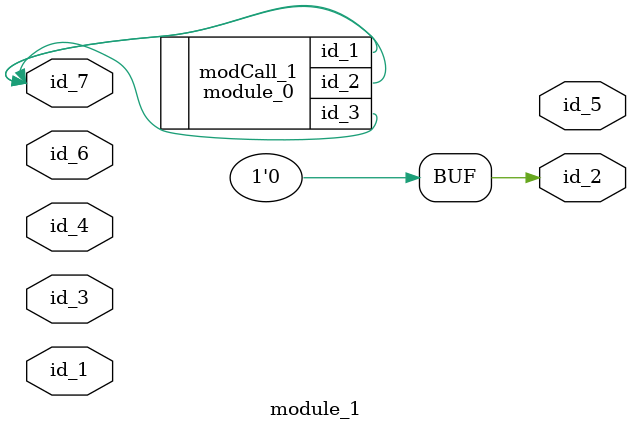
<source format=v>
module module_0 (
    id_1,
    id_2,
    id_3
);
  output wire id_3;
  inout wire id_2;
  inout wire id_1;
  wire id_4, id_5;
  wire id_6 = id_2;
endmodule
module module_1 (
    id_1,
    id_2,
    id_3,
    id_4,
    id_5,
    id_6,
    id_7
);
  inout wire id_7;
  inout wire id_6;
  output wire id_5;
  input wire id_4;
  inout wire id_3;
  output wire id_2;
  input wire id_1;
  always
    case (1)
      1: id_2 <= 1'b0;
      id_7: begin : LABEL_0
        #1
        if (id_6) id_7 = 1'h0;
        else id_6 <= #1 id_3;
      end
      default: begin : LABEL_0
        id_2 <= id_6;
      end
    endcase
  module_0 modCall_1 (
      id_7,
      id_7,
      id_7
  );
endmodule

</source>
